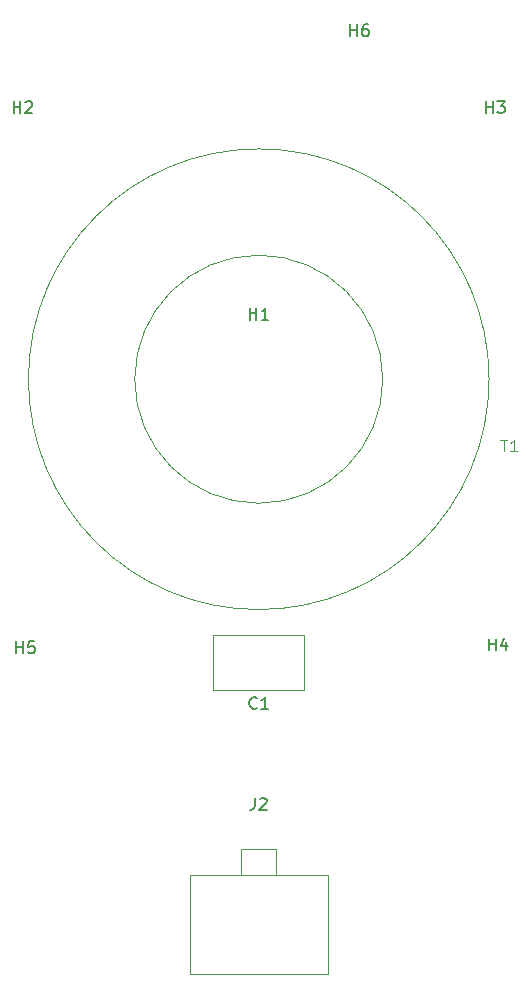
<source format=gbr>
%TF.GenerationSoftware,KiCad,Pcbnew,8.0.6*%
%TF.CreationDate,2025-02-23T16:54:12-05:00*%
%TF.ProjectId,Wire Spool Antenna V1.3,57697265-2053-4706-9f6f-6c20416e7465,rev?*%
%TF.SameCoordinates,Original*%
%TF.FileFunction,Legend,Top*%
%TF.FilePolarity,Positive*%
%FSLAX46Y46*%
G04 Gerber Fmt 4.6, Leading zero omitted, Abs format (unit mm)*
G04 Created by KiCad (PCBNEW 8.0.6) date 2025-02-23 16:54:12*
%MOMM*%
%LPD*%
G01*
G04 APERTURE LIST*
%ADD10C,0.100000*%
%ADD11C,0.150000*%
%ADD12C,0.120000*%
G04 APERTURE END LIST*
D10*
X120451298Y-105114273D02*
X121022726Y-105114273D01*
X120737012Y-106114273D02*
X120737012Y-105114273D01*
X121879869Y-106114273D02*
X121308441Y-106114273D01*
X121594155Y-106114273D02*
X121594155Y-105114273D01*
X121594155Y-105114273D02*
X121498917Y-105257130D01*
X121498917Y-105257130D02*
X121403679Y-105352368D01*
X121403679Y-105352368D02*
X121308441Y-105399987D01*
D11*
X107738095Y-70954819D02*
X107738095Y-69954819D01*
X107738095Y-70431009D02*
X108309523Y-70431009D01*
X108309523Y-70954819D02*
X108309523Y-69954819D01*
X109214285Y-69954819D02*
X109023809Y-69954819D01*
X109023809Y-69954819D02*
X108928571Y-70002438D01*
X108928571Y-70002438D02*
X108880952Y-70050057D01*
X108880952Y-70050057D02*
X108785714Y-70192914D01*
X108785714Y-70192914D02*
X108738095Y-70383390D01*
X108738095Y-70383390D02*
X108738095Y-70764342D01*
X108738095Y-70764342D02*
X108785714Y-70859580D01*
X108785714Y-70859580D02*
X108833333Y-70907200D01*
X108833333Y-70907200D02*
X108928571Y-70954819D01*
X108928571Y-70954819D02*
X109119047Y-70954819D01*
X109119047Y-70954819D02*
X109214285Y-70907200D01*
X109214285Y-70907200D02*
X109261904Y-70859580D01*
X109261904Y-70859580D02*
X109309523Y-70764342D01*
X109309523Y-70764342D02*
X109309523Y-70526247D01*
X109309523Y-70526247D02*
X109261904Y-70431009D01*
X109261904Y-70431009D02*
X109214285Y-70383390D01*
X109214285Y-70383390D02*
X109119047Y-70335771D01*
X109119047Y-70335771D02*
X108928571Y-70335771D01*
X108928571Y-70335771D02*
X108833333Y-70383390D01*
X108833333Y-70383390D02*
X108785714Y-70431009D01*
X108785714Y-70431009D02*
X108738095Y-70526247D01*
X119238095Y-77454819D02*
X119238095Y-76454819D01*
X119238095Y-76931009D02*
X119809523Y-76931009D01*
X119809523Y-77454819D02*
X119809523Y-76454819D01*
X120190476Y-76454819D02*
X120809523Y-76454819D01*
X120809523Y-76454819D02*
X120476190Y-76835771D01*
X120476190Y-76835771D02*
X120619047Y-76835771D01*
X120619047Y-76835771D02*
X120714285Y-76883390D01*
X120714285Y-76883390D02*
X120761904Y-76931009D01*
X120761904Y-76931009D02*
X120809523Y-77026247D01*
X120809523Y-77026247D02*
X120809523Y-77264342D01*
X120809523Y-77264342D02*
X120761904Y-77359580D01*
X120761904Y-77359580D02*
X120714285Y-77407200D01*
X120714285Y-77407200D02*
X120619047Y-77454819D01*
X120619047Y-77454819D02*
X120333333Y-77454819D01*
X120333333Y-77454819D02*
X120238095Y-77407200D01*
X120238095Y-77407200D02*
X120190476Y-77359580D01*
X99833333Y-127809580D02*
X99785714Y-127857200D01*
X99785714Y-127857200D02*
X99642857Y-127904819D01*
X99642857Y-127904819D02*
X99547619Y-127904819D01*
X99547619Y-127904819D02*
X99404762Y-127857200D01*
X99404762Y-127857200D02*
X99309524Y-127761961D01*
X99309524Y-127761961D02*
X99261905Y-127666723D01*
X99261905Y-127666723D02*
X99214286Y-127476247D01*
X99214286Y-127476247D02*
X99214286Y-127333390D01*
X99214286Y-127333390D02*
X99261905Y-127142914D01*
X99261905Y-127142914D02*
X99309524Y-127047676D01*
X99309524Y-127047676D02*
X99404762Y-126952438D01*
X99404762Y-126952438D02*
X99547619Y-126904819D01*
X99547619Y-126904819D02*
X99642857Y-126904819D01*
X99642857Y-126904819D02*
X99785714Y-126952438D01*
X99785714Y-126952438D02*
X99833333Y-127000057D01*
X100785714Y-127904819D02*
X100214286Y-127904819D01*
X100500000Y-127904819D02*
X100500000Y-126904819D01*
X100500000Y-126904819D02*
X100404762Y-127047676D01*
X100404762Y-127047676D02*
X100309524Y-127142914D01*
X100309524Y-127142914D02*
X100214286Y-127190533D01*
X99238095Y-94954819D02*
X99238095Y-93954819D01*
X99238095Y-94431009D02*
X99809523Y-94431009D01*
X99809523Y-94954819D02*
X99809523Y-93954819D01*
X100809523Y-94954819D02*
X100238095Y-94954819D01*
X100523809Y-94954819D02*
X100523809Y-93954819D01*
X100523809Y-93954819D02*
X100428571Y-94097676D01*
X100428571Y-94097676D02*
X100333333Y-94192914D01*
X100333333Y-94192914D02*
X100238095Y-94240533D01*
X79488095Y-123204819D02*
X79488095Y-122204819D01*
X79488095Y-122681009D02*
X80059523Y-122681009D01*
X80059523Y-123204819D02*
X80059523Y-122204819D01*
X81011904Y-122204819D02*
X80535714Y-122204819D01*
X80535714Y-122204819D02*
X80488095Y-122681009D01*
X80488095Y-122681009D02*
X80535714Y-122633390D01*
X80535714Y-122633390D02*
X80630952Y-122585771D01*
X80630952Y-122585771D02*
X80869047Y-122585771D01*
X80869047Y-122585771D02*
X80964285Y-122633390D01*
X80964285Y-122633390D02*
X81011904Y-122681009D01*
X81011904Y-122681009D02*
X81059523Y-122776247D01*
X81059523Y-122776247D02*
X81059523Y-123014342D01*
X81059523Y-123014342D02*
X81011904Y-123109580D01*
X81011904Y-123109580D02*
X80964285Y-123157200D01*
X80964285Y-123157200D02*
X80869047Y-123204819D01*
X80869047Y-123204819D02*
X80630952Y-123204819D01*
X80630952Y-123204819D02*
X80535714Y-123157200D01*
X80535714Y-123157200D02*
X80488095Y-123109580D01*
X119488095Y-122954819D02*
X119488095Y-121954819D01*
X119488095Y-122431009D02*
X120059523Y-122431009D01*
X120059523Y-122954819D02*
X120059523Y-121954819D01*
X120964285Y-122288152D02*
X120964285Y-122954819D01*
X120726190Y-121907200D02*
X120488095Y-122621485D01*
X120488095Y-122621485D02*
X121107142Y-122621485D01*
X79238095Y-77454819D02*
X79238095Y-76454819D01*
X79238095Y-76931009D02*
X79809523Y-76931009D01*
X79809523Y-77454819D02*
X79809523Y-76454819D01*
X80238095Y-76550057D02*
X80285714Y-76502438D01*
X80285714Y-76502438D02*
X80380952Y-76454819D01*
X80380952Y-76454819D02*
X80619047Y-76454819D01*
X80619047Y-76454819D02*
X80714285Y-76502438D01*
X80714285Y-76502438D02*
X80761904Y-76550057D01*
X80761904Y-76550057D02*
X80809523Y-76645295D01*
X80809523Y-76645295D02*
X80809523Y-76740533D01*
X80809523Y-76740533D02*
X80761904Y-76883390D01*
X80761904Y-76883390D02*
X80190476Y-77454819D01*
X80190476Y-77454819D02*
X80809523Y-77454819D01*
X99666666Y-135454819D02*
X99666666Y-136169104D01*
X99666666Y-136169104D02*
X99619047Y-136311961D01*
X99619047Y-136311961D02*
X99523809Y-136407200D01*
X99523809Y-136407200D02*
X99380952Y-136454819D01*
X99380952Y-136454819D02*
X99285714Y-136454819D01*
X100095238Y-135550057D02*
X100142857Y-135502438D01*
X100142857Y-135502438D02*
X100238095Y-135454819D01*
X100238095Y-135454819D02*
X100476190Y-135454819D01*
X100476190Y-135454819D02*
X100571428Y-135502438D01*
X100571428Y-135502438D02*
X100619047Y-135550057D01*
X100619047Y-135550057D02*
X100666666Y-135645295D01*
X100666666Y-135645295D02*
X100666666Y-135740533D01*
X100666666Y-135740533D02*
X100619047Y-135883390D01*
X100619047Y-135883390D02*
X100047619Y-136454819D01*
X100047619Y-136454819D02*
X100666666Y-136454819D01*
D10*
%TO.C,T1*%
X110500000Y-100000000D02*
G75*
G02*
X89500000Y-100000000I-10500000J0D01*
G01*
X89500000Y-100000000D02*
G75*
G02*
X110500000Y-100000000I10500000J0D01*
G01*
X119500000Y-100000000D02*
G75*
G02*
X80500000Y-100000000I-19500000J0D01*
G01*
X80500000Y-100000000D02*
G75*
G02*
X119500000Y-100000000I19500000J0D01*
G01*
D12*
%TO.C,C1*%
X96130000Y-126321000D02*
X96130000Y-121679000D01*
X103870000Y-121679000D02*
X96130000Y-121679000D01*
X103870000Y-126321000D02*
X96130000Y-126321000D01*
X103870000Y-126321000D02*
X103870000Y-121679000D01*
%TO.C,J2*%
X94175000Y-150400000D02*
X94175000Y-142000000D01*
D10*
X98500000Y-139750000D02*
X98500000Y-142000000D01*
X101500000Y-139750000D02*
X98500000Y-139750000D01*
X101500000Y-142000000D02*
X101500000Y-139750000D01*
D12*
X105825000Y-142000000D02*
X94175000Y-142000000D01*
X105825000Y-150400000D02*
X94175000Y-150400000D01*
X105825000Y-150400000D02*
X105825000Y-142000000D01*
%TD*%
M02*

</source>
